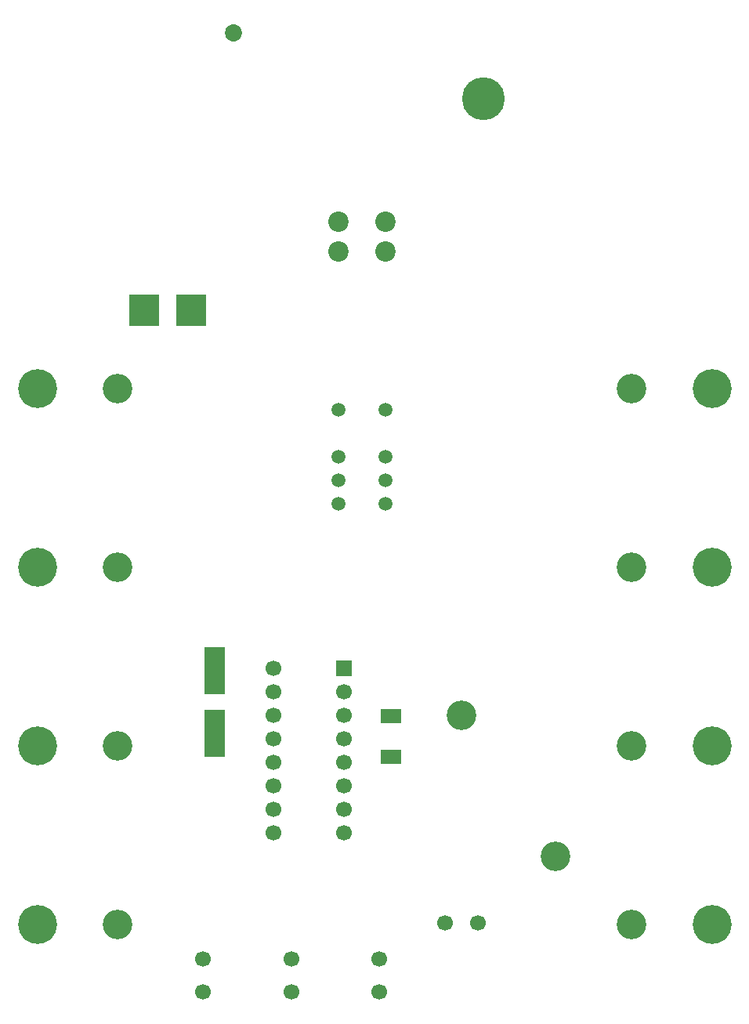
<source format=gbr>
G04 DipTrace 3.0.0.2*
G04 BottomMask.gbr*
%MOIN*%
G04 #@! TF.FileFunction,Soldermask,Bot*
G04 #@! TF.Part,Single*
%ADD33C,0.059055*%
%ADD35C,0.182*%
%ADD36C,0.073*%
%ADD37C,0.125984*%
%ADD44C,0.165354*%
%ADD46C,0.066929*%
%ADD47R,0.066929X0.066929*%
%ADD49C,0.086614*%
%ADD57R,0.127874X0.134874*%
%ADD59R,0.090551X0.062992*%
%ADD61C,0.066929*%
%ADD63R,0.086614X0.204724*%
%FSLAX26Y26*%
G04*
G70*
G90*
G75*
G01*
G04 BotMask*
%LPD*%
D63*
X1493701Y2393701D3*
Y2661417D3*
D61*
X1443701Y1293701D3*
Y1431496D3*
X1818701Y1293701D3*
Y1431496D3*
X2193701Y1293701D3*
Y1431496D3*
X2612598Y1587598D3*
X2474803D3*
D59*
X2243701Y2293701D3*
Y2466929D3*
D57*
X1393701Y4193701D3*
X1193701D3*
D35*
X2637598Y5094193D3*
D36*
X1574606Y5373720D3*
D33*
X2018701Y3768701D3*
Y3568701D3*
Y3468701D3*
Y3368701D3*
X2218701Y3768701D3*
Y3568701D3*
Y3468701D3*
Y3368701D3*
D37*
X2943701Y1868701D3*
X2543701Y2468701D3*
D49*
X2218701Y4568701D3*
Y4443661D3*
X2018701Y4443701D3*
Y4568740D3*
D47*
X2043701Y2668701D3*
D46*
Y2568701D3*
Y2468701D3*
Y2368701D3*
Y2268701D3*
Y2168701D3*
Y2068701D3*
Y1968701D3*
X1744488D3*
Y2068701D3*
Y2168701D3*
Y2268701D3*
Y2368701D3*
Y2468701D3*
Y2568701D3*
Y2668701D3*
D44*
X738583Y2341240D3*
Y1581398D3*
X3608661Y2341240D3*
Y1581398D3*
X738583Y3101083D3*
Y3860925D3*
X3608661Y3101083D3*
Y3860925D3*
D37*
X1078937Y3101083D3*
Y3860925D3*
Y2341240D3*
Y1581398D3*
X3268307D3*
Y2341240D3*
Y3101083D3*
Y3860925D3*
M02*

</source>
